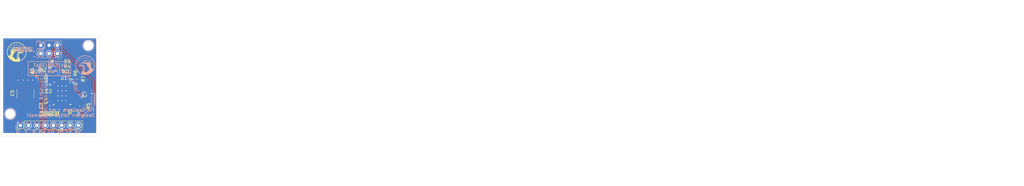
<source format=kicad_pcb>
(kicad_pcb (version 20241229) (generator "pcbnew") (generator_version "9.0")
  (layers (0 "F.Cu" signal) (2 "B.Cu" signal) (13 "F.Paste" user) (15 "B.Paste" user) (5 "F.SilkS" user "F.Silkscreen") (7 "B.SilkS" user "B.Silkscreen") (1 "F.Mask" user) (3 "B.Mask" user) (25 "Edge.Cuts" user))
  (net 0 "")
  (net 1 "GND")
  (net 2 "Net-(U1-ILIM)")
  (net 3 "/PWM")
  (net 4 "/DIR")
  (net 5 "/SW_BK")
  (net 6 "Net-(U1-CP)")
  (net 7 "/GND_BK")
  (net 8 "Net-(U1-SW_BK)")
  (net 9 "/W")
  (net 10 "/H3")
  (net 11 "/H1")
  (net 12 "/H2")
  (net 13 "/FGOUT")
  (net 14 "/U")
  (net 15 "/V")
  (net 16 "Net-(U1-SLEW)")
  (net 17 "Net-(U1-ADVANCE)")
  (net 18 "/AVDD")
  (net 19 "/Vbat")
  (net 20 "/5V")
  (net 21 "Net-(U1-VSEL_BK)")
  (net 22 "Net-(U1-CPH)")
  (net 23 "Net-(U1-CPL)")
  (net 25 "/nFault")
  (footprint "Resistor_SMD:R_0603_1608Metric" (layer "F.Cu") (at 105.845067 43.465046 180)
    (property "Reference" "R4" (at -2.654933 0 0) (layer "F.SilkS") (effects (font (thickness 0.17))))
    (property "Value" "20k")
    (pad "1" smd roundrect (at -0.825 0 180) (size 0.8 0.95) (layers "F.Cu" "F.Mask" "F.Paste") (net 2 "Net-(U1-ILIM)"))
    (pad "2" smd roundrect (at 0.825 0 180) (size 0.8 0.95) (layers "F.Cu" "F.Mask" "F.Paste") (net 1 "GND"))
  )
  (footprint "Resistor_SMD:R_0402_1005Metric" (layer "F.Cu") (at 112.106066 47.313284 -90)
    (property "Reference" "R7" (at -0.0608 -1.393934 90) (layer "F.SilkS") (effects (font (thickness 0.17))))
    (property "Value" "22k")
    (pad "1" smd roundrect (at -0.509999 0 270) (size 0.54 0.64) (layers "F.Cu" "F.Mask" "F.Paste") (net 17 "Net-(U1-ADVANCE)"))
    (pad "2" smd roundrect (at 0.509999 0 270) (size 0.54 0.64) (layers "F.Cu" "F.Mask" "F.Paste") (net 1 "GND"))
  )
  (footprint "Capacitor_SMD:C_0402_1005Metric" (layer "F.Cu") (at 100.922267 51.072484)
    (property "Reference" "C2" (at 1.9378 -0.02 0) (layer "F.SilkS") (effects (font (thickness 0.17))))
    (property "Value" "47nF")
    (pad "1" smd roundrect (at -0.48 0) (size 0.56 0.62) (layers "F.Cu" "F.Mask" "F.Paste") (net 22 "Net-(U1-CPH)"))
    (pad "2" smd roundrect (at 0.48 0) (size 0.56 0.62) (layers "F.Cu" "F.Mask" "F.Paste") (net 23 "Net-(U1-CPL)"))
  )
  (footprint "MotorDriver:RGF0040E-IPC_A" (layer "F.Cu") (at 106.890994 51.702447)
    (property "Reference" "U1" (at 0.609006 -4.702447 0) (layer "F.SilkS") (effects (font (thickness 0.17))))
    (property "Value" "MCT8316Z0TRGFR")
    (pad "1" smd rect (at -2.503033 -2.75 90) (size 0.242473 0.906066) (layers "F.Cu" "F.Mask" "F.Paste"))
    (pad "2" smd rect (at -2.503033 -2.250001 90) (size 0.242473 0.906066) (layers "F.Cu" "F.Mask" "F.Paste") (net 1 "GND"))
    (pad "3" smd rect (at -2.503033 -1.749999 90) (size 0.242473 0.906066) (layers "F.Cu" "F.Mask" "F.Paste") (net 5 "/SW_BK"))
    (pad "4" smd rect (at -2.503033 -1.25 90) (size 0.242473 0.906066) (layers "F.Cu" "F.Mask" "F.Paste") (net 7 "/GND_BK"))
    (pad "5" smd rect (at -2.503033 -0.750001 90) (size 0.242473 0.906066) (layers "F.Cu" "F.Mask" "F.Paste") (net 8 "Net-(U1-SW_BK)"))
    (pad "6" smd rect (at -2.503033 -0.25 90) (size 0.242473 0.906066) (layers "F.Cu" "F.Mask" "F.Paste") (net 23 "Net-(U1-CPL)"))
    (pad "7" smd rect (at -2.503033 0.25 90) (size 0.242473 0.906066) (layers "F.Cu" "F.Mask" "F.Paste") (net 22 "Net-(U1-CPH)"))
    (pad "8" smd rect (at -2.503033 0.750001 90) (size 0.242473 0.906066) (layers "F.Cu" "F.Mask" "F.Paste") (net 6 "Net-(U1-CP)"))
    (pad "9" smd rect (at -2.503033 1.25 90) (size 0.242473 0.906066) (layers "F.Cu" "F.Mask" "F.Paste") (net 19 "/Vbat"))
    (pad "10" smd rect (at -2.503033 1.749999 90) (size 0.242473 0.906066) (layers "F.Cu" "F.Mask" "F.Paste") (net 19 "/Vbat"))
    (pad "11" smd rect (at -2.503033 2.250001 90) (size 0.242473 0.906066) (layers "F.Cu" "F.Mask" "F.Paste") (net 19 "/Vbat"))
    (pad "12" smd rect (at -2.503033 2.75 90) (size 0.242473 0.906066) (layers "F.Cu" "F.Mask" "F.Paste") (net 1 "GND"))
    (pad "13" smd rect (at -1.749999 3.503033) (size 0.242473 0.906066) (layers "F.Cu" "F.Mask" "F.Paste") (net 14 "/U"))
    (pad "14" smd rect (at -1.25 3.503033) (size 0.242473 0.906066) (layers "F.Cu" "F.Mask" "F.Paste") (net 14 "/U"))
    (pad "15" smd rect (at -0.750001 3.503033) (size 0.242473 0.906066) (layers "F.Cu" "F.Mask" "F.Paste") (net 1 "GND"))
    (pad "16" smd rect (at -0.25 3.503033) (size 0.242473 0.906066) (layers "F.Cu" "F.Mask" "F.Paste") (net 15 "/V"))
    (pad "17" smd rect (at 0.25 3.503033) (size 0.242473 0.906066) (layers "F.Cu" "F.Mask" "F.Paste") (net 15 "/V"))
    (pad "18" smd rect (at 0.750001 3.503033) (size 0.242473 0.906066) (layers "F.Cu" "F.Mask" "F.Paste") (net 1 "GND"))
    (pad "19" smd rect (at 1.25 3.503033) (size 0.242473 0.906066) (layers "F.Cu" "F.Mask" "F.Paste") (net 9 "/W"))
    (pad "20" smd rect (at 1.749999 3.503033) (size 0.242473 0.906066) (layers "F.Cu" "F.Mask" "F.Paste") (net 9 "/W"))
    (pad "21" smd rect (at 2.503033 2.75 90) (size 0.242473 0.906066) (layers "F.Cu" "F.Mask" "F.Paste") (net 1 "GND"))
    (pad "22" smd rect (at 2.503033 2.250001 90) (size 0.242473 0.906066) (layers "F.Cu" "F.Mask" "F.Paste") (net 25 "/nFault"))
    (pad "23" smd rect (at 2.503033 1.749999 90) (size 0.242473 0.906066) (layers "F.Cu" "F.Mask" "F.Paste") (net 18 "/AVDD"))
    (pad "24" smd rect (at 2.503033 1.25 90) (size 0.242473 0.906066) (layers "F.Cu" "F.Mask" "F.Paste") (net 21 "Net-(U1-VSEL_BK)"))
    (pad "25" smd rect (at 2.503033 0.750001 90) (size 0.242473 0.906066) (layers "F.Cu" "F.Mask" "F.Paste") (net 18 "/AVDD"))
    (pad "26" smd rect (at 2.503033 0.25 90) (size 0.242473 0.906066) (layers "F.Cu" "F.Mask" "F.Paste") (net 1 "GND"))
    (pad "27" smd rect (at 2.503033 -0.25 90) (size 0.242473 0.906066) (layers "F.Cu" "F.Mask" "F.Paste") (net 11 "/H1"))
    (pad "28" smd rect (at 2.503033 -0.750001 90) (size 0.242473 0.906066) (layers "F.Cu" "F.Mask" "F.Paste"))
    (pad "29" smd rect (at 2.503033 -1.25 90) (size 0.242473 0.906066) (layers "F.Cu" "F.Mask" "F.Paste") (net 12 "/H2"))
    (pad "30" smd rect (at 2.503033 -1.749999 90) (size 0.242473 0.906066) (layers "F.Cu" "F.Mask" "F.Paste"))
    (pad "31" smd rect (at 2.503033 -2.250001 90) (size 0.242473 0.906066) (layers "F.Cu" "F.Mask" "F.Paste") (net 10 "/H3"))
    (pad "32" smd rect (at 2.503033 -2.75 90) (size 0.242473 0.906066) (layers "F.Cu" "F.Mask" "F.Paste"))
    (pad "33" smd rect (at 1.749999 -3.503033) (size 0.242473 0.906066) (layers "F.Cu" "F.Mask" "F.Paste") (net 18 "/AVDD"))
    (pad "34" smd rect (at 1.25 -3.503033) (size 0.242473 0.906066) (layers "F.Cu" "F.Mask" "F.Paste") (net 16 "Net-(U1-SLEW)"))
    (pad "35" smd rect (at 0.750001 -3.503033) (size 0.242473 0.906066) (layers "F.Cu" "F.Mask" "F.Paste") (net 17 "Net-(U1-ADVANCE)"))
    (pad "36" smd rect (at 0.25 -3.503033) (size 0.242473 0.906066) (layers "F.Cu" "F.Mask" "F.Paste") (net 4 "/DIR"))
    (pad "37" smd rect (at -0.25 -3.503033) (size 0.242473 0.906066) (layers "F.Cu" "F.Mask" "F.Paste") (net 2 "Net-(U1-ILIM)"))
    (pad "38" smd rect (at -0.750001 -3.503033) (size 0.242473 0.906066) (layers "F.Cu" "F.Mask" "F.Paste") (net 1 "GND"))
    (pad "39" smd rect (at -1.25 -3.503033) (size 0.242473 0.906066) (layers "F.Cu" "F.Mask" "F.Paste") (net 3 "/PWM"))
    (pad "40" smd rect (at -1.749999 -3.503033) (size 0.242473 0.906066) (layers "F.Cu" "F.Mask" "F.Paste") (net 13 "/FGOUT"))
    (pad "41" smd rect (at 0 0) (size 3.8 5.800001) (layers "F.Cu" "F.Mask") (net 1 "GND"))
  )
  (footprint "LOGO" (layer "F.Cu") (at 93 39)
    (property "Reference" "G***" (hide yes))
    (property "Value" "LOGO" (hide yes))
  )
  (footprint "Resistor_SMD:R_0603_1608Metric" (layer "F.Cu") (at 101.165067 42.852484 180)
    (property "Reference" "R2" (at 0 -1.647516 0) (layer "F.SilkS") (effects (font (thickness 0.17))))
    (property "Value" "5k1")
    (pad "1" smd roundrect (at -0.825 0 180) (size 0.8 0.95) (layers "F.Cu" "F.Mask" "F.Paste") (net 20 "/5V"))
    (pad "2" smd roundrect (at 0.825 0 180) (size 0.8 0.95) (layers "F.Cu" "F.Mask" "F.Paste") (net 13 "/FGOUT"))
  )
  (footprint "Inductor_SMD:L_0805_2012Metric" (layer "F.Cu") (at 100.240994 47.702447 90)
    (property "Reference" "L1" (at 0.249963 1.669073 90) (layer "F.SilkS") (effects (font (thickness 0.17))))
    (property "Value" "47uH")
    (pad "1" smd roundrect (at -1.0625 0 90) (size 0.875 1.2) (layers "F.Cu" "F.Mask" "F.Paste") (net 8 "Net-(U1-SW_BK)"))
    (pad "2" smd roundrect (at 1.0625 0 90) (size 0.875 1.2) (layers "F.Cu" "F.Mask" "F.Paste") (net 5 "/SW_BK"))
  )
  (footprint "Capacitor_SMD:C_2220_5750Metric" (layer "F.Cu") (at 95.689867 51.834484 90)
    (property "Reference" "C5" (at 0.232 -4.0298 90) (layer "F.SilkS") (effects (font (thickness 0.17))))
    (property "Value" "22uF")
    (pad "1" smd roundrect (at -2.55 0 90) (size 1.8 5.4) (layers "F.Cu" "F.Mask" "F.Paste") (roundrect_rratio 0.138889) (net 19 "/Vbat"))
    (pad "2" smd roundrect (at 2.55 0 90) (size 1.8 5.4) (layers "F.Cu" "F.Mask" "F.Paste") (roundrect_rratio 0.138889) (net 1 "GND"))
  )
  (footprint "Connector_PinHeader_2.54mm:PinHeader_1x08_P2.54mm_Vertical" (layer "F.Cu") (at 94.125 61.5 90)
    (property "Reference" "MOTOR1" (at 3.5 8.875 0) (layer "F.SilkS" knockout) (effects (font (thickness 0.2) (bold yes))))
    (property "Value" "Conn_01x08")
    (pad "1" thru_hole rect (at 0 0 90) (size 1.7 1.7) (drill 1) (layers "*.Cu" "*.Mask") (net 14 "/U"))
    (pad "2" thru_hole oval (at 0 2.54 90) (size 1.7 1.7) (drill 1) (layers "*.Cu" "*.Mask") (net 15 "/V"))
    (pad "3" thru_hole oval (at 0 5.079999 90) (size 1.7 1.7) (drill 1) (layers "*.Cu" "*.Mask") (net 9 "/W"))
    (pad "4" thru_hole oval (at 0 7.62 90) (size 1.7 1.7) (drill 1) (layers "*.Cu" "*.Mask") (net 7 "/GND_BK"))
    (pad "5" thru_hole oval (at 0 10.16 90) (size 1.7 1.7) (drill 1) (layers "*.Cu" "*.Mask") (net 12 "/H2"))
    (pad "6" thru_hole oval (at 0 12.7 90) (size 1.7 1.7) (drill 1) (layers "*.Cu" "*.Mask") (net 11 "/H1"))
    (pad "7" thru_hole oval (at 0 15.24 90) (size 1.7 1.7) (drill 1) (layers "*.Cu" "*.Mask") (net 10 "/H3"))
    (pad "8" thru_hole oval (at 0 17.780001 90) (size 1.7 1.7) (drill 1) (layers "*.Cu" "*.Mask") (net 5 "/SW_BK"))
  )
  (footprint "Capacitor_SMD:C_0402_1005Metric" (layer "F.Cu") (at 112.120067 51.985046 90)
    (property "Reference" "C7" (at 0 1.879933 90) (layer "F.SilkS") (effects (font (thickness 0.17))))
    (property "Value" "1uF")
    (pad "1" smd roundrect (at -0.48 0 90) (size 0.56 0.62) (layers "F.Cu" "F.Mask" "F.Paste") (net 18 "/AVDD"))
    (pad "2" smd roundrect (at 0.48 0 90) (size 0.56 0.62) (layers "F.Cu" "F.Mask" "F.Paste") (net 1 "GND"))
  )
  (footprint "Capacitor_SMD:C_0402_1005Metric" (layer "F.Cu") (at 106.15 44.77 180)
    (property "Reference" "C1" (at -2.35 -0.23 0) (layer "F.SilkS") (effects (font (thickness 0.17))))
    (property "Value" "100nF")
    (pad "1" smd roundrect (at -0.48 0 180) (size 0.56 0.62) (layers "F.Cu" "F.Mask" "F.Paste") (net 2 "Net-(U1-ILIM)"))
    (pad "2" smd roundrect (at 0.48 0 180) (size 0.56 0.62) (layers "F.Cu" "F.Mask" "F.Paste") (net 1 "GND"))
  )
  (footprint "" (layer "F.Cu") (at 91 58)
    (property "Reference" "MH2" (hide yes))
    (property "Value" "" (hide yes))
    (pad "" np_thru_hole circle (at 0 0) (size 3.2 3.2) (drill 3) (layers "*.Cu" "*.Mask"))
  )
  (footprint "Resistor_SMD:R_0805_2012Metric" (layer "F.Cu") (at 113.040994 55.552447 -90)
    (property "Reference" "R5" (at 0 -1.959006 90) (layer "F.SilkS") (effects (font (thickness 0.17))))
    (property "Value" "1M")
    (pad "1" smd roundrect (at -0.9125 0 270) (size 1.025 1.4) (layers "F.Cu" "F.Mask" "F.Paste") (roundrect_rratio 0.243902) (net 21 "Net-(U1-VSEL_BK)"))
    (pad "2" smd roundrect (at 0.9125 0 270) (size 1.025 1.4) (layers "F.Cu" "F.Mask" "F.Paste") (roundrect_rratio 0.243902) (net 18 "/AVDD"))
  )
  (footprint "Capacitor_SMD:C_0402_1005Metric" (layer "F.Cu") (at 103.270067 54.185046 -90)
    (property "Reference" "C4" (at -0.185046 1.270067 270) (layer "F.SilkS") (effects (font (thickness 0.17))))
    (property "Value" "0u1F")
    (pad "1" smd roundrect (at -0.48 0 270) (size 0.56 0.62) (layers "F.Cu" "F.Mask" "F.Paste") (net 19 "/Vbat"))
    (pad "2" smd roundrect (at 0.48 0 270) (size 0.56 0.62) (layers "F.Cu" "F.Mask" "F.Paste") (net 1 "GND"))
  )
  (footprint "Capacitor_SMD:C_0402_1005Metric" (layer "F.Cu") (at 98.980067 44.802484 90)
    (property "Reference" "C6" (at 0 -1.16 90) (layer "F.SilkS") (effects (font (thickness 0.17))))
    (property "Value" "22uF")
    (pad "1" smd roundrect (at -0.48 0 90) (size 0.56 0.62) (layers "F.Cu" "F.Mask" "F.Paste") (net 5 "/SW_BK"))
    (pad "2" smd roundrect (at 0.48 0 90) (size 0.56 0.62) (layers "F.Cu" "F.Mask" "F.Paste") (net 7 "/GND_BK"))
  )
  (footprint "Resistor_SMD:R_0402_1005Metric" (layer "F.Cu") (at 111.006067 47.313284 -90)
    (property "Reference" "R6" (at -1.813284 0.006067 90) (layer "F.SilkS") (effects (font (thickness 0.17))))
    (property "Value" "47k")
    (pad "1" smd roundrect (at -0.509999 0 270) (size 0.54 0.64) (layers "F.Cu" "F.Mask" "F.Paste") (net 16 "Net-(U1-SLEW)"))
    (pad "2" smd roundrect (at 0.509999 0 270) (size 0.54 0.64) (layers "F.Cu" "F.Mask" "F.Paste") (net 18 "/AVDD"))
  )
  (footprint "" (layer "F.Cu") (at 115 37)
    (property "Reference" "MH1" (hide yes))
    (property "Value" "" (hide yes))
    (pad "" np_thru_hole circle (at 0 0) (size 3.2 3.2) (drill 3) (layers "*.Cu" "*.Mask"))
  )
  (footprint "Resistor_SMD:R_0603_1608Metric" (layer "F.Cu") (at 105.795067 41.915046)
    (property "Reference" "R3" (at 2.704933 0 0) (layer "F.SilkS") (effects (font (thickness 0.17))))
    (property "Value" "27k")
    (pad "1" smd roundrect (at -0.825 0) (size 0.8 0.95) (layers "F.Cu" "F.Mask" "F.Paste") (net 18 "/AVDD"))
    (pad "2" smd roundrect (at 0.825 0) (size 0.8 0.95) (layers "F.Cu" "F.Mask" "F.Paste") (net 2 "Net-(U1-ILIM)"))
  )
  (footprint "Resistor_SMD:R_0603_1608Metric" (layer "F.Cu") (at 110.950067 57.227484 90)
    (property "Reference" "R1" (at 0 -1.450067 90) (layer "F.SilkS") (effects (font (thickness 0.17))))
    (property "Value" "5k1")
    (pad "1" smd roundrect (at -0.825 0 90) (size 0.8 0.95) (layers "F.Cu" "F.Mask" "F.Paste") (net 20 "/5V"))
    (pad "2" smd roundrect (at 0.825 0 90) (size 0.8 0.95) (layers "F.Cu" "F.Mask" "F.Paste") (net 25 "/nFault"))
  )
  (footprint "Capacitor_SMD:C_0402_1005Metric" (layer "F.Cu") (at 100.445067 53.265046 -90)
    (property "Reference" "C3" (at 2.234954 -0.054933 90) (layer "F.SilkS") (effects (font (thickness 0.17))))
    (property "Value" "1uF")
    (pad "1" smd roundrect (at -0.48 0 270) (size 0.56 0.62) (layers "F.Cu" "F.Mask" "F.Paste") (net 6 "Net-(U1-CP)"))
    (pad "2" smd roundrect (at 0.48 0 270) (size 0.56 0.62) (layers "F.Cu" "F.Mask" "F.Paste") (net 19 "/Vbat"))
  )
  (footprint "LOGO" (layer "B.Cu") (at 114 43 180)
    (property "Reference" "G***" (hide yes))
    (property "Value" "LOGO" (hide yes))
  )
  (footprint "Connector_PinHeader_2.54mm:PinHeader_2x03_P2.54mm_Vertical" (layer "B.Cu") (at 100.4 36.925 -90)
    (property "Reference" "POWER1" (at 1.27 5.475068 0) (layer "B.SilkS" knockout) (effects (font (thickness 0.2) (bold yes)) (justify mirror)))
    (property "Value" "Conn_02x03_Odd_Even" (hide yes))
    (pad "1" thru_hole rect (at 0 0 270) (size 1.7 1.7) (drill 1) (layers "*.Cu" "*.Mask") (net 19 "/Vbat"))
    (pad "2" thru_hole oval (at 2.54 0 270) (size 1.7 1.7) (drill 1) (layers "*.Cu" "*.Mask") (net 13 "/FGOUT"))
    (pad "3" thru_hole oval (at 0 -2.54 270) (size 1.7 1.7) (drill 1) (layers "*.Cu" "*.Mask") (net 1 "GND"))
    (pad "4" thru_hole oval (at 2.54 -2.54 270) (size 1.7 1.7) (drill 1) (layers "*.Cu" "*.Mask") (net 3 "/PWM"))
    (pad "5" thru_hole oval (at 0 -5.08 270) (size 1.7 1.7) (drill 1) (layers "*.Cu" "*.Mask") (net 20 "/5V"))
    (pad "6" thru_hole oval (at 2.54 -5.08 270) (size 1.7 1.7) (drill 1) (layers "*.Cu" "*.Mask") (net 4 "/DIR"))
  )
  (gr_poly (pts (xy 104.245067 52.952448) (xy 101.244992 52.952448) (xy 100.746661 53.602446) (xy 92.849994 53.602449) (xy 92.849993 55.252448) (xy 101.109996 55.252448) (xy 101.120067 55.265046) (xy 101.949994 54.502448) (xy 102.520067 53.952448) (xy 104.694993 53.952449) (xy 104.694992 52.952448)) (stroke (width 0.2)) (fill yes) (layer "F.Cu") (net 19))
  (gr_poly (pts (xy 93.099067 48.634084) (xy 98.299066 48.634086) (xy 98.299067 47.084084) (xy 93.099067 47.084083)) (stroke (width 0.2)) (fill yes) (layer "F.Cu") (net 1))
  (gr_rect (start 96.5 41.925) (end 109.55 46.275) (stroke (width 0.17)) (fill no) (layer "B.SilkS"))
  (gr_rect (start 87.8974 33.830638) (end 118.3774 64.850638) (stroke (width 0.05)) (fill no) (layer "Edge.Cuts"))
  (gr_text "SW H3 H1 H2 GN W  V  U" (at 113 64 0) (layer "B.SilkS") (effects (font (size 1 1) (thickness 0.17)) (justify left bottom mirror)))
  (gr_text "FIA SeeGoals : md_v1\nDesigner: Aditya Dharamshi" (at 117 59 0) (layer "B.SilkS") (effects (font (size 1 1) (thickness 0.17)) (justify left bottom mirror)))
  (gr_text "5V|GND|VBAT" (at 108.475 43.7 0) (layer "B.SilkS") (effects (font (size 1 1) (thickness 0.17)) (justify left bottom mirror)))
  (gr_text "DIR|PWM|FGOUT" (at 109.25 45.6 0) (layer "B.SilkS") (effects (font (size 1 1) (thickness 0.17)) (justify left bottom mirror)))
  (segment (start 112.120067 51.505046) (end 112.960067 51.505046) (width 0.3048) (layer "F.Cu") (net 1))
  (segment (start 112.926717 47.823283) (end 113 47.75) (width 0.3) (layer "F.Cu") (net 1))
  (segment (start 112.960067 51.505046) (end 113.020067 51.565046) (width 0.3048) (layer "F.Cu") (net 1))
  (segment (start 105.020067 43.465046) (end 105.020067 44.649933) (width 0.3) (layer "F.Cu") (net 1))
  (segment (start 105.720448 45.964665) (end 105.720448 45.902703) (width 0.3048) (layer "F.Cu") (net 1))
  (segment (start 105.020067 44.649933) (end 104.9 44.77) (width 0.3) (layer "F.Cu") (net 1))
  (segment (start 112.106066 47.823283) (end 112.926717 47.823283) (width 0.3) (layer "F.Cu") (net 1))
  (segment (start 105.67 44.77) (end 104.9 44.77) (width 0.3) (layer "F.Cu") (net 1))
  (via (at 105.720448 45.964665) (size 0.6858) (drill 0.3048) (layers "F.Cu" "B.Cu") (net 1))
  (via (at 113 47.75) (size 0.6858) (drill 0.3048) (layers "F.Cu" "B.Cu") (net 1))
  (via (at 98.35 38.9) (size 0.6858) (drill 0.3048) (layers "F.Cu" "B.Cu") (net 1))
  (via (at 98.35 40.399998) (size 0.6858) (drill 0.3048) (layers "F.Cu" "B.Cu") (net 1))
  (via (at 106.910067 50.952484) (size 0.6858) (drill 0.3048) (layers "F.Cu" "B.Cu") (net 1))
  (via (at 103.478799 49.260492) (size 0.6858) (drill 0.3048) (layers "F.Cu" "B.Cu") (net 1))
  (via (at 108.110066 50.952484) (size 0.6858) (drill 0.3048) (layers "F.Cu" "B.Cu") (net 1))
  (via (at 97.999066 47.634084) (size 0.6858) (drill 0.3048) (layers "F.Cu" "B.Cu") (net 1))
  (via (at 105.710065 53.952485) (size 0.6858) (drill 0.3048) (layers "F.Cu" "B.Cu") (net 1))
  (via (at 94.949067 47.634084) (size 0.6858) (drill 0.3048) (layers "F.Cu" "B.Cu") (net 1))
  (via (at 109.62 55.1) (size 0.6858) (drill 0.3048) (layers "F.Cu" "B.Cu") (net 1))
  (via (at 108.110066 49.452484) (size 0.6858) (drill 0.3048) (layers "F.Cu" "B.Cu") (net 1))
  (via (at 104.27 55.2) (size 0.6858) (drill 0.3048) (layers "F.Cu" "B.Cu") (net 1))
  (via (at 113.020067 51.565046) (size 0.6858) (drill 0.3048) (layers "F.Cu" "B.Cu") (net 1))
  (via (at 103.26 55.42) (size 0.6858) (drill 0.3048) (layers "F.Cu" "B.Cu") (net 1))
  (via (at 106.910066 52.452486) (size 0.6858) (drill 0.3048) (layers "F.Cu" "B.Cu") (net 1))
  (via (at 105.860067 56.812484) (size 0.6858) (drill 0.3048) (layers "F.Cu" "B.Cu") (net 1))
  (via (at 96.499067 47.634084) (size 0.6858) (drill 0.3048) (layers "F.Cu" "B.Cu") (net 1))
  (via (at 105.710067 49.452484) (size 0.6858) (drill 0.3048) (layers "F.Cu" "B.Cu") (net 1))
  (via (at 106.910067 53.952485) (size 0.6858) (drill 0.3048) (layers "F.Cu" "B.Cu") (net 1))
  (via (at 106.910067 49.452484) (size 0.6858) (drill 0.3048) (layers "F.Cu" "B.Cu") (net 1))
  (via (at 108.110067 53.952485) (size 0.6858) (drill 0.3048) (layers "F.Cu" "B.Cu") (net 1))
  (via (at 108.110066 52.452485) (size 0.6858) (drill 0.3048) (layers "F.Cu" "B.Cu") (net 1))
  (via (at 107.823966 56.595046) (size 0.6858) (drill 0.3048) (layers "F.Cu" "B.Cu") (net 1))
  (via (at 105.710065 50.952485) (size 0.6858) (drill 0.3048) (layers "F.Cu" "B.Cu") (net 1))
  (via (at 104.9 44.77) (size 0.6858) (drill 0.3048) (layers "F.Cu" "B.Cu") (net 1))
  (via (at 93.449068 47.634084) (size 0.6858) (drill 0.3048) (layers "F.Cu" "B.Cu") (net 1))
  (via (at 105.710065 52.452485) (size 0.6858) (drill 0.3048) (layers "F.Cu" "B.Cu") (net 1))
  (segment (start 106.645994 44.932446) (end 106.615992 44.902446) (width 0.3048) (layer "F.Cu") (net 2))
  (segment (start 106.615995 43.557445) (end 106.670993 43.502446) (width 0.3048) (layer "F.Cu") (net 2))
  (segment (start 106.615992 44.902446) (end 106.615995 43.557445) (width 0.3048) (layer "F.Cu") (net 2))
  (segment (start 106.565994 43.502447) (end 106.565994 41.902447) (width 0.3048) (layer "F.Cu") (net 2))
  (segment (start 106.645994 48.149413) (end 106.645994 44.932446) (width 0.3048) (layer "F.Cu") (net 2))
  (segment (start 104.020067 43.415046) (end 104.020067 45.320067) (width 0.3048) (layer "F.Cu") (net 3))
  (segment (start 105.640994 46.940994) (end 105.640994 48.199414) (width 0.3048) (layer "F.Cu") (net 3))
  (segment (start 103.015068 39.540068) (end 103.015068 42.410047) (width 0.3048) (layer "F.Cu") (net 3))
  (segment (start 102.94 39.465) (end 103.015068 39.540068) (width 0.3048) (layer "F.Cu") (net 3))
  (segment (start 104.020067 45.320067) (end 105.640994 46.940994) (width 0.3048) (layer "F.Cu") (net 3))
  (segment (start 103.015068 42.410047) (end 104.020067 43.415046) (width 0.3048) (layer "F.Cu") (net 3))
  (segment (start 107.151794 46.693047) (end 107.151794 46.208319) (width 0.3048) (layer "F.Cu") (net 4))
  (segment (start 107.151794 46.874957) (end 107.151794 46.693047) (width 0.3048) (layer "F.Cu") (net 4))
  (segment (start 105.565022 39.465) (end 105.48 39.465) (width 0.3048) (layer "F.Cu") (net 4))
  (segment (start 107.748629 45.611484) (end 107.770067 45.611484) (width 0.3048) (layer "F.Cu") (net 4))
  (segment (start 107.151794 48.199414) (end 107.151794 47.112067) (width 0.3048) (layer "F.Cu") (net 4))
  (segment (start 107.770067 41.670045) (end 105.565022 39.465) (width 0.3048) (layer "F.Cu") (net 4))
  (segment (start 107.151794 46.693047) (end 107.151794 46.693048) (width 0.3048) (layer "F.Cu") (net 4))
  (segment (start 107.770067 45.611484) (end 107.770067 41.670045) (width 0.3048) (layer "F.Cu") (net 4))
  (segment (start 107.151794 46.208319) (end 107.748629 45.611484) (width 0.3048) (layer "F.Cu") (net 4))
  (segment (start 107.151794 47.112067) (end 107.151794 46.874957) (width 0.3048) (layer "F.Cu") (net 4))
  (segment (start 102.751067 49.531067) (end 102.751067 46.051067) (width 0.3) (layer "F.Cu") (net 5))
  (segment (start 103.172448 49.952448) (end 102.751067 49.531067) (width 0.3) (layer "F.Cu") (net 5))
  (segment (start 104.387961 49.952448) (end 103.172448 49.952448) (width 0.3) (layer "F.Cu") (net 5))
  (segment (start 101.952484 45.252484) (end 102.751067 46.051067) (width 0.3048) (layer "F.Cu") (net 5))
  (segment (start 98.980067 45.282484) (end 98.980067 46.200046) (width 0.3) (layer "F.Cu") (net 5))
  (segment (start 98.980067 46.200046) (end 99.419968 46.639947) (width 0.3) (layer "F.Cu") (net 5))
  (segment (start 99.419968 46.639947) (end 100.240994 46.639947) (width 0.3) (layer "F.Cu") (net 5))
  (segment (start 98.045067 45.252484) (end 101.952484 45.252484) (width 0.3048) (layer "F.Cu") (net 5))
  (segment (start 99.030067 45.252484) (end 99.050067 45.232484) (width 0.3048) (layer "F.Cu") (net 5))
  (segment (start 98.045067 45.252484) (end 99.030067 45.252484) (width 0.3048) (layer "F.Cu") (net 5))
  (via (at 98.045067 45.252484) (size 0.6858) (drill 0.3048) (layers "F.Cu" "B.Cu") (net 5))
  (segment (start 98.045067 45.252484) (end 100.5 47.707417) (width 0.3048) (layer "B.Cu") (net 5))
  (segment (start 100.5 47.707417) (end 100.5 62.25) (width 0.3048) (layer "B.Cu") (net 5))
  (segment (start 110.390114 63) (end 111.925068 61.465046) (width 0.3048) (layer "B.Cu") (net 5))
  (segment (start 98.042583 45.25) (end 98.045067 45.252484) (width 0.3) (layer "B.Cu") (net 5))
  (segment (start 101.25 63) (end 110.390114 63) (width 0.3048) (layer "B.Cu") (net 5))
  (segment (start 100.5 62.25) (end 101.25 63) (width 0.3048) (layer "B.Cu") (net 5))
  (segment (start 104.387961 52.452448) (end 100.777665 52.452448) (width 0.3) (layer "F.Cu") (net 6))
  (segment (start 100.777665 52.452448) (end 100.445067 52.785046) (width 0.3) (layer "F.Cu") (net 6))
  (segment (start 104.387961 50.452447) (end 102.912447 50.452447) (width 0.3) (layer "F.Cu") (net 7))
  (segment (start 99.843836 44.322484) (end 98.980067 44.322484) (width 0.3048) (layer "F.Cu") (net 7))
  (segment (start 101.938267 49.478267) (end 101.938267 46.297284) (width 0.3) (layer "F.Cu") (net 7))
  (segment (start 99.891508 44.274812) (end 99.843836 44.322484) (width 0.3048) (layer "F.Cu") (net 7))
  (segment (start 102.912447 50.452447) (end 101.938267 49.478267) (width 0.3) (layer "F.Cu") (net 7))
  (via (at 99.891508 44.274812) (size 0.6858) (drill 0.3048) (layers "F.Cu" "B.Cu") (net 7))
  (via (at 101.938267 46.297284) (size 0.6858) (drill 0.3048) (layers "F.Cu" "B.Cu") (net 7))
  (segment (start 102 61.230113) (end 101.765067 61.465046) (width 0.3) (layer "B.Cu") (net 7))
  (segment (start 99.906029 44.265046) (end 101.938267 46.297284) (width 0.3048) (layer "B.Cu") (net 7))
  (segment (start 101.938267 46.297284) (end 102 46.359017) (width 0.3) (layer "B.Cu") (net 7))
  (segment (start 102 46.359017) (end 102 61.230113) (width 0.3) (layer "B.Cu") (net 7))
  (segment (start 99.891508 44.274812) (end 99.901274 44.265046) (width 0.3048) (layer "B.Cu") (net 7))
  (segment (start 99.901274 44.265046) (end 99.906029 44.265046) (width 0.3048) (layer "B.Cu") (net 7))
  (segment (start 104.387961 50.952446) (end 102.602446 50.952446) (width 0.3) (layer "F.Cu") (net 8))
  (segment (start 100.601527 48.964949) (end 100.244027 48.964949) (width 0.3048) (layer "F.Cu") (net 8))
  (segment (start 100.51 50.09) (end 100.240994 49.820994) (width 0.3) (layer "F.Cu") (net 8))
  (segment (start 102.602446 50.952446) (end 101.74 50.09) (width 0.3) (layer "F.Cu") (net 8))
  (segment (start 100.240994 49.820994) (end 100.240994 48.764947) (width 0.3) (layer "F.Cu") (net 8))
  (segment (start 101.74 50.09) (end 100.51 50.09) (width 0.3) (layer "F.Cu") (net 8))
  (segment (start 108.400002 55.252549) (end 108.400002 55.762419) (width 0.762) (layer "F.Cu") (net 9))
  (segment (start 108.400002 55.762419) (end 108.857552 56.219969) (width 0.762) (layer "F.Cu") (net 9))
  (segment (start 108.857552 56.219969) (end 108.857552 58.042448) (width 0.762) (layer "F.Cu") (net 9))
  (segment (start 108.400067 55.252484) (end 108.400002 55.252549) (width 0.762) (layer "F.Cu") (net 9))
  (segment (start 108.857552 58.042448) (end 107.3 59.6) (width 0.762) (layer "F.Cu") (net 9))
  (segment (start 99.785113 59.6) (end 99.225066 60.160047) (width 0.762) (layer "F.Cu") (net 9))
  (segment (start 99.225066 60.160047) (end 99.225066 61.465046) (width 0.762) (layer "F.Cu") (net 9))
  (segment (start 107.3 59.6) (end 99.785113 59.6) (width 0.762) (layer "F.Cu") (net 9))
  (segment (start 116.715867 57.491994) (end 116.705067 57.502793) (width 0.3048) (layer "F.Cu") (net 10))
  (segment (start 116.705067 57.502793) (end 116.705067 58.794933) (width 0.3048) (layer "F.Cu") (net 10))
  (segment (start 116.705067 52.124244) (end 116.715867 52.135044) (width 0.3048) (layer "F.Cu") (net 10))
  (segment (start 112.6 62.9) (end 110.820021 62.9) (width 0.3048) (layer "F.Cu") (net 10))
  (segment (start 116.715867 52.135044) (end 116.715867 57.491994) (width 0.3048) (layer "F.Cu") (net 10))
  (segment (start 110.820021 62.9) (end 109.385067 61.465046) (width 0.3048) (layer "F.Cu") (net 10))
  (segment (start 114.380031 49.452448) (end 116.705067 51.777484) (width 0.3048) (layer "F.Cu") (net 10))
  (segment (start 116.705067 51.777484) (end 116.705067 52.124244) (width 0.3048) (layer "F.Cu") (net 10))
  (segment (start 109.390994 49.452447) (end 114.380031 49.452448) (width 0.3048) (layer "F.Cu") (net 10))
  (segment (start 116.705067 58.794933) (end 112.6 62.9) (width 0.3048) (layer "F.Cu") (net 10))
  (segment (start 115.610067 52.802484) (end 115.610067 56.689933) (width 0.3048) (layer "F.Cu") (net 11))
  (segment (start 113.460031 50.652448) (end 115.610067 52.802484) (width 0.3048) (layer "F.Cu") (net 11))
  (segment (start 113 59.3) (end 109.010113 59.3) (width 0.3048) (layer "F.Cu") (net 11))
  (segment (start 115.610067 56.689933) (end 113 59.3) (width 0.3048) (layer "F.Cu") (net 11))
  (segment (start 110.790103 50.652448) (end 113.460031 50.652448) (width 0.3048) (layer "F.Cu") (net 11))
  (segment (start 109.010113 59.3) (end 106.845067 61.465046) (width 0.3048) (layer "F.Cu") (net 11))
  (segment (start 109.390994 51.452447) (end 109.990104 51.452447) (width 0.3048) (layer "F.Cu") (net 11))
  (segment (start 109.990104 51.452447) (end 110.790103 50.652448) (width 0.3048) (layer "F.Cu") (net 11))
  (segment (start 113.492551 60) (end 109 60) (width 0.3048) (layer "F.Cu") (net 12))
  (segment (start 108.048467 62.251533) (end 107.4 62.9) (width 0.3048) (layer "F.Cu") (net 12))
  (segment (start 109.390994 50.452447) (end 110.124927 50.452447) (width 0.3048) (layer "F.Cu") (net 12))
  (segment (start 116.210067 52.344554) (end 116.210067 57.282484) (width 0.3048) (layer "F.Cu") (net 12))
  (segment (start 116.210067 57.282484) (end 113.492551 60) (width 0.3048) (layer "F.Cu") (net 12))
  (segment (start 107.4 62.9) (end 105.740021 62.9) (width 0.3048) (layer "F.Cu") (net 12))
  (segment (start 113.867962 50.002449) (end 116.210067 52.344554) (width 0.3048) (layer "F.Cu") (net 12))
  (segment (start 108.048467 60.951533) (end 108.048467 62.251533) (width 0.3048) (layer "F.Cu") (net 12))
  (segment (start 105.740021 62.9) (end 104.305067 61.465046) (width 0.3048) (layer "F.Cu") (net 12))
  (segment (start 110.124927 50.452447) (end 110.574927 50.002449) (width 0.3048) (layer "F.Cu") (net 12))
  (segment (start 109 60) (end 108.048467 60.951533) (width 0.3048) (layer "F.Cu") (net 12))
  (segment (start 110.574927 50.002449) (end 113.867962 50.002449) (width 0.3048) (layer "F.Cu") (net 12))
  (segment (start 101.84 44.3) (end 105.140995 47.600995) (width 0.3048) (layer "F.Cu") (net 13))
  (segment (start 100.9 44.3) (end 101.84 44.3) (width 0.3048) (layer "F.Cu") (net 13))
  (segment (start 100.340067 42.852484) (end 100.340067 43.740067) (width 0.3048) (layer "F.Cu") (net 13))
  (segment (start 100.340067 42.852484) (end 100.340067 39.590047) (width 0.3048) (layer "F.Cu") (net 13))
  (segment (start 105.140995 47.600995) (end 105.140995 48.199414) (width 0.3048) (layer "F.Cu") (net 13))
  (segment (start 100.340067 39.590047) (end 100.475068 39.455046) (width 0.3048) (layer "F.Cu") (net 13))
  (segment (start 100.340067 43.740067) (end 100.9 44.3) (width 0.3048) (layer "F.Cu") (net 13))
  (segment (start 100.475068 39.455046) (end 100.475068 39.620047) (width 0.3048) (layer "F.Cu") (net 13))
  (segment (start 105.4 55.787551) (end 104.522505 56.665046) (width 0.762) (layer "F.Cu") (net 14))
  (segment (start 94.145067 58.240046) (end 94.145067 61.465046) (width 0.762) (layer "F.Cu") (net 14))
  (segment (start 104.522505 56.665046) (end 95.720067 56.665046) (width 0.762) (layer "F.Cu") (net 14))
  (segment (start 95.720067 56.665046) (end 94.145067 58.240046) (width 0.762) (layer "F.Cu") (net 14))
  (segment (start 105.4 55.212448) (end 105.4 55.787551) (width 0.762) (layer "F.Cu") (net 14))
  (segment (start 106.030367 58.105046) (end 98.080067 58.105046) (width 0.762) (layer "F.Cu") (net 15))
  (segment (start 98.080067 58.105046) (end 96.685067 59.500046) (width 0.762) (layer "F.Cu") (net 15))
  (segment (start 106.900066 57.235347) (end 106.030367 58.105046) (width 0.762) (layer "F.Cu") (net 15))
  (segment (start 96.685067 59.500046) (end 96.685067 61.465046) (width 0.762) (layer "F.Cu") (net 15))
  (segment (start 106.900066 55.202483) (end 106.900066 57.235347) (width 0.762) (layer "F.Cu") (net 15))
  (segment (start 106.890067 55.192484) (end 106.900066 55.202483) (width 0.762) (layer "F.Cu") (net 15))
  (segment (start 108.163394 47.539757) (end 108.163394 48.177014) (width 0.3048) (layer "F.Cu") (net 16))
  (segment (start 111.006067 46.803285) (end 108.899866 46.803285) (width 0.3048) (layer "F.Cu") (net 16))
  (segment (start 108.899866 46.803285) (end 108.163394 47.539757) (width 0.3048) (layer "F.Cu") (net 16))
  (segment (start 107.657594 47.283557) (end 107.657594 48.199414) (width 0.3048) (layer "F.Cu") (net 17))
  (segment (start 112.106066 46.305083) (end 111.717267 45.916284) (width 0.3048) (layer "F.Cu") (net 17))
  (segment (start 109.024867 45.916284) (end 107.657594 47.283557) (width 0.3048) (layer "F.Cu") (net 17))
  (segment (start 112.106066 46.803285) (end 112.106066 46.305083) (width 0.3048) (layer "F.Cu") (net 17))
  (segment (start 111.717267 45.916284) (end 109.024867 45.916284) (width 0.3048) (layer "F.Cu") (net 17))
  (segment (start 113.92585 53.320829) (end 114.620067 54.015046) (width 0.3048) (layer "F.Cu") (net 18))
  (segment (start 114.620067 56.072484) (end 114.227604 56.464947) (width 0.3048) (layer "F.Cu") (net 18))
  (segment (start 112.107469 52.452448) (end 112.120067 52.465046) (width 0.3) (layer "F.Cu") (net 18))
  (segment (start 114.227604 56.464947) (end 113.040994 56.464947) (width 0.3048) (layer "F.Cu") (net 18))
  (segment (start 110.013468 47.823283) (end 109.990067 47.846684) (width 0.3) (layer "F.Cu") (net 18))
  (segment (start 113.92585 53.312484) (end 113.92585 53.320829) (width 0.3048) (layer "F.Cu") (net 18))
  (segment (start 109.637337 48.199414) (end 108.669194 48.199414) (width 0.3048) (layer "F.Cu") (net 18))
  (segment (start 114.620067 54.015046) (end 114.620067 56.072484) (width 0.3048) (layer "F.Cu") (net 18))
  (segment (start 111 48.5) (end 111.006067 48.506067) (width 0.3) (layer "F.Cu") (net 18))
  (segment (start 111.85 56.17) (end 111.85 54.63) (width 0.3048) (layer "F.Cu") (net 18))
  (segment (start 113.163347 52.549981) (end 113.92585 53.312484) (width 0.3048) (layer "F.Cu") (net 18))
  (segment (start 111.006067 47.823283) (end 111.006067 48.75) (width 0.3) (layer "F.Cu") (net 18))
  (segment (start 113.040994 56.464947) (end 112.144947 56.464947) (width 0.3048) (layer "F.Cu") (net 18))
  (segment (start 112.120067 52.445046) (end 112.120067 52.545046) (width 0.3048) (layer "F.Cu") (net 18))
  (segment (start 109.990067 47.846684) (end 109.637337 48.199414) (width 0.3048) (layer "F.Cu") (net 18))
  (segment (start 104.015046 41.915046) (end 104.970067 41.915046) (width 0.3) (layer "F.Cu") (net 18))
  (segment (start 111.006067 47.823283) (end 110.013468 47.823283) (width 0.3) (layer "F.Cu") (net 18))
  (segment (start 111.006067 48.506067) (end 111.006067 48.75) (width 0.3) (layer "F.Cu") (net 18))
  (segment (start 104 41.9) (end 104.015046 41.915046) (width 0.3) (layer "F.Cu") (net 18))
  (segment (start 109.394027 52.452448) (end 112.107469 52.452448) (width 0.3) (layer "F.Cu") (net 18))
  (segment (start 113.163347 52.549981) (end 113.163347 52.545764) (width 0.3048) (layer "F.Cu") (net 18))
  (segment (start 113.163347 52.545764) (end 113.162629 52.545046) (width 0.3048) (layer "F.Cu") (net 18))
  (segment (start 113.163347 52.58569) (end 113.163347 52.549981) (width 0.3048) (layer "F.Cu") (net 18))
  (segment (start 110.672446 53.452446) (end 109.394027 53.452446) (width 0.3048) (layer "F.Cu") (net 18))
  (segment (start 113.078412 52.465046) (end 113.163347 52.549981) (width 0.3048) (layer "F.Cu") (net 18))
  (segment (start 112.120067 52.465046) (end 113.078412 52.465046) (width 0.3048) (layer "F.Cu") (net 18))
  (segment (start 112.144947 56.464947) (end 111.85 56.17) (width 0.3048) (layer "F.Cu") (net 18))
  (segment (start 112.120067 52.545046) (end 112.047505 52.472484) (width 0.3048) (layer "F.Cu") (net 18))
  (segment (start 111.85 54.63) (end 110.672446 53.452446) (width 0.3048) (layer "F.Cu") (net 18))
  (via (at 113.163347 52.549981) (size 0.6858) (drill 0.3048) (layers "F.Cu" "B.Cu") (net 18))
  (via (at 104 41.9) (size 0.6858) (drill 0.3048) (layers "F.Cu" "B.Cu") (net 18))
  (via (at 111.006067 48.75) (size 0.6858) (drill 0.3048) (layers "F.Cu" "B.Cu") (net 18))
  (segment (start 111.006067 50.465053) (end 113.090995 52.549981) (width 0.3048) (layer "B.Cu") (net 18))
  (segment (start 104.156067 41.9) (end 104 41.9) (width 0.3) (layer "B.Cu") (net 18))
  (segment (start 113.090995 52.549981) (end 113.163347 52.549981) (width 0.3048) (layer "B.Cu") (net 18))
  (segment (start 111.006067 48.75) (end 104.156067 41.9) (width 0.3) (layer "B.Cu") (net 18))
  (segment (start 111.006067 48.75) (end 111.006067 50.465053) (width 0.3048) (layer "B.Cu") (net 18))
  (segment (start 91.245067 43.265046) (end 97.595067 36.915046) (width 1.8) (layer "F.Cu") (net 19))
  (segment (start 97.595067 36.915046) (end 100.475068 36.915046) (width 1.8) (layer "F.Cu") (net 19))
  (segment (start 91.245067 53.165046) (end 91.245067 43.265046) (width 1.8) (layer "F.Cu") (net 19))
  (segment (start 91.245067 53.165046) (end 92.464505 54.384484) (width 1.8) (layer "F.Cu") (net 19))
  (segment (start 92.464505 54.384484) (end 95.689867 54.384484) (width 1.8) (layer "F.Cu") (net 19))
  (segment (start 102.252484 42.852484) (end 103.1 43.7) (width 0.3048) (layer "F.Cu") (net 20))
  (segment (start 101.990067 42.885046) (end 101.990067 42.852484) (width 0.3048) (layer "F.Cu") (net 20))
  (segment (start 101.990067 42.852484) (end 102.252484 42.852484) (width 0.3048) (layer "F.Cu") (net 20))
  (segment (start 112.042484 58.052484) (end 110.950067 58.052484) (width 0.3) (layer "F.Cu") (net 20))
  (via (at 103.1 43.7) (size 0.6858) (drill 0.3048) (layers "F.Cu" "B.Cu") (net 20))
  (via (at 112.042484 58.052484) (size 0.6858) (drill 0.3048) (layers "F.Cu" "B.Cu") (net 20))
  (segment (start 104.218468 38.166589) (end 104.218468 40.681532) (width 0.3048) (layer "B.Cu") (net 20))
  (segment (start 105.489953 36.915046) (end 105.479999 36.925) (width 0.635) (layer "B.Cu") (net 20))
  (segment (start 104.218468 40.681532) (end 103.1 41.8) (width 0.3048) (layer "B.Cu") (net 20))
  (segment (start 103.1 41.8) (end 103.1 43.7) (width 0.3048) (layer "B.Cu") (net 20))
  (segment (start 112.042484 58.052484) (end 112.13 58.14) (width 0.635) (layer "B.Cu") (net 20))
  (segment (start 112.13 58.14) (end 112.13 58.262417) (width 0.3048) (layer "B.Cu") (net 20))
  (segment (start 113.36 58.14) (end 116.5 55) (width 0.635) (layer "B.Cu") (net 20))
  (segment (start 105.479999 36.925) (end 105.460057 36.925) (width 0.3048) (layer "B.Cu") (net 20))
  (segment (start 116.5 55) (end 116.5 47.75) (width 0.635) (layer "B.Cu") (net 20))
  (segment (start 105.665046 36.915046) (end 105.489953 36.915046) (width 0.635) (layer "B.Cu") (net 20))
  (segment (start 116.5 47.75) (end 105.665046 36.915046) (width 0.635) (layer "B.Cu") (net 20))
  (segment (start 105.460057 36.925) (end 104.218468 38.166589) (width 0.3048) (layer "B.Cu") (net 20))
  (segment (start 112.13 58.14) (end 113.36 58.14) (width 0.635) (layer "B.Cu") (net 20))
  (segment (start 111.353494 52.952447) (end 113.040994 54.639947) (width 0.3) (layer "F.Cu") (net 21))
  (segment (start 109.394027 52.952447) (end 111.353494 52.952447) (width 0.3) (layer "F.Cu") (net 21))
  (segment (start 113.040994 54.639947) (end 112.94753 54.639947) (width 0.3048) (layer "F.Cu") (net 21))
  (segment (start 100.682447 51.952447) (end 100.442267 51.712267) (width 0.3) (layer "F.Cu") (net 22))
  (segment (start 100.442267 51.712267) (end 100.442267 51.072484) (width 0.3) (layer "F.Cu") (net 22))
  (segment (start 104.387961 51.952447) (end 100.682447 51.952447) (width 0.3) (layer "F.Cu") (net 22))
  (segment (start 101.402267 51.072484) (end 101.402267 51.095284) (width 0.3048) (layer "F.Cu") (net 23))
  (segment (start 104.387961 51.452447) (end 102.388226 51.452447) (width 0.3) (layer "F.Cu") (net 23))
  (segment (start 102.008263 51.072484) (end 101.402267 51.072484) (width 0.3) (layer "F.Cu") (net 23))
  (segment (start 102.388226 51.452447) (end 102.008263 51.072484) (width 0.3) (layer "F.Cu") (net 23))
  (segment (start 110.950067 56.402484) (end 110.950067 54.832218) (width 0.3) (layer "F.Cu") (net 25))
  (segment (start 110.950067 54.832218) (end 110.070297 53.952448) (width 0.3) (layer "F.Cu") (net 25))
  (segment (start 110.070297 53.952448) (end 109.394027 53.952448) (width 0.3) (layer "F.Cu") (net 25))
  (zone (net 1) (net_name "GND") (layers "F.Cu" "B.Cu") (priority 1) (connect_pads yes (clearance 0.2)) (min_thickness 0.12) (fill yes (thermal_gap 0.5) (thermal_bridge_width 0.5))
    (polygon (pts (xy 87.89 33.837438) (xy 118.39 33.837438) (xy 118.39 64.837438) (xy 87.89 64.837438)))
  )
)
</source>
